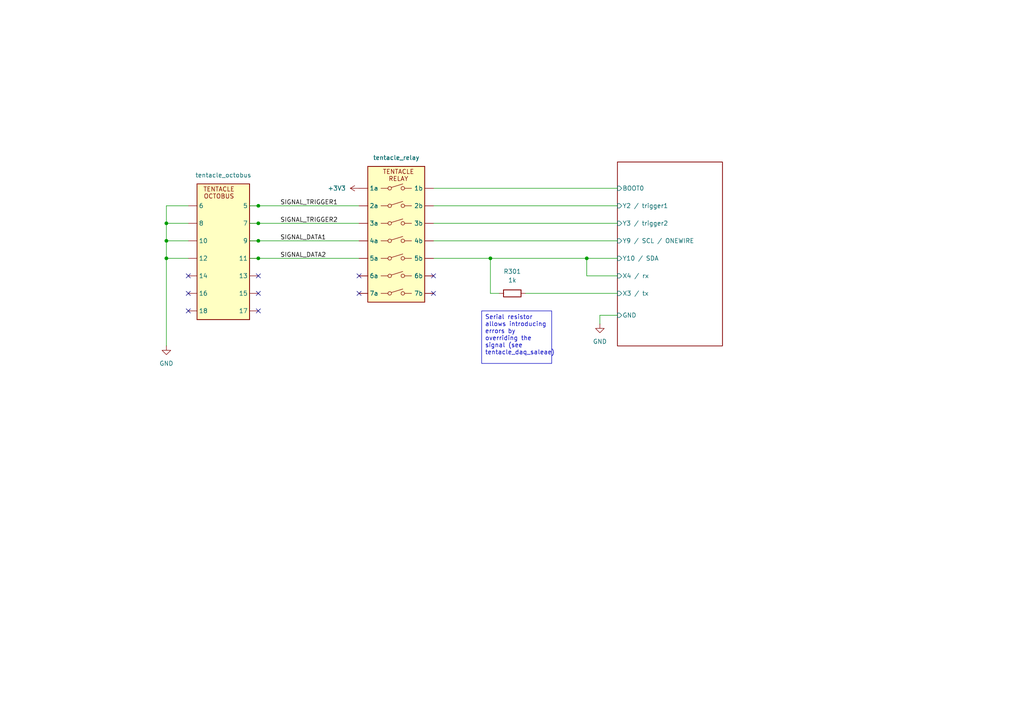
<source format=kicad_sch>
(kicad_sch (version 20231120) (generator "eeschema") (generator_version "8.0")
  (paper "A4")
  (title_block (title "tentacle_MCU_PYBV11") (date "2024-07-16") (company "Hans Märki, Märki Informatik") (comment 1 "The MIT License (MIT)"))
  (lib_symbols
    (symbol "00_project_library:tentacle_octobus" (pin_numbers hide)
      (property "Reference" "T" (at -27.432 29.718 0))
      (property "Value" "tentacle_octobus" (at 1.27 3.81 0))
      (symbol "tentacle_octobus_1_1"
        (rectangle (start 0 0) (end 15.24 -39.37) (stroke (width 0.254)) (fill (type background)))
        (text "TENTACLE\nOCTOBUS" (at 6.35 -2.54 0) (effects (font (size 1.27 1.27))))
        (pin passive line (at -2.54 -16.51 0) (length 2.54) (name "10") (number "10"))
        (pin passive line (at 17.78 -21.59 180) (length 2.54) (name "11") (number "11"))
        (pin passive line (at -2.54 -21.59 0) (length 2.54) (name "12") (number "12"))
        (pin passive line (at 17.78 -26.67 180) (length 2.54) (name "13") (number "13"))
        (pin passive line (at -2.54 -26.67 0) (length 2.54) (name "14") (number "14"))
        (pin passive line (at 17.78 -31.75 180) (length 2.54) (name "15") (number "15"))
        (pin passive line (at -2.54 -31.75 0) (length 2.54) (name "16") (number "16"))
        (pin passive line (at 17.78 -36.83 180) (length 2.54) (name "17") (number "17"))
        (pin passive line (at -2.54 -36.83 0) (length 2.54) (name "18") (number "18"))
        (pin passive line (at 17.78 -6.35 180) (length 2.54) (name "5") (number "5"))
        (pin passive line (at -2.54 -6.35 0) (length 2.54) (name "6") (number "6"))
        (pin passive line (at 17.78 -11.43 180) (length 2.54) (name "7") (number "7"))
        (pin passive line (at -2.54 -11.43 0) (length 2.54) (name "8") (number "8"))
        (pin passive line (at 17.78 -16.51 180) (length 2.54) (name "9") (number "9"))
      )
    )
    (symbol "Device:R" (pin_numbers hide) (pin_names (offset 0))
      (property "Reference" "R" (at 2.032 0 90))
      (property "Value" "R" (at 0 0 90))
      (symbol "R_0_1"
        (rectangle (start -1.016 -2.54) (end 1.016 2.54) (stroke (width 0.254)))
      )
      (symbol "R_1_1"
        (pin passive line (at 0 3.81 270) (length 1.27) (name "~") (number "1"))
        (pin passive line (at 0 -3.81 90) (length 1.27) (name "~") (number "2"))
      )
    )
    (symbol "power:+3V3" (power) (pin_numbers hide) (pin_names (offset 0) hide)
      (property "Value" "+3V3" (at 0 3.556 0))
      (symbol "+3V3_0_1"
        (polyline (pts (xy -0.762 1.27) (xy 0 2.54)))
        (polyline (pts (xy 0 0) (xy 0 2.54)))
        (polyline (pts (xy 0 2.54) (xy 0.762 1.27)))
      )
      (symbol "+3V3_1_1"
        (pin power_in line (at 0 0 90) (length 0) (name "~") (number "1"))
      )
    )
    (symbol "power:GND" (power) (pin_numbers hide) (pin_names (offset 0) hide)
      (property "Value" "GND" (at 0 -3.81 0))
      (symbol "GND_0_1"
        (polyline (pts (xy 0 0) (xy 0 -1.27) (xy 1.27 -1.27) (xy 0 -2.54) (xy -1.27 -1.27) (xy 0 -1.27)))
      )
      (symbol "GND_1_1"
        (pin power_in line (at 0 0 270) (length 0) (name "~") (number "1"))
      )
    )
    (symbol "tentacle_relay_1" (pin_numbers hide)
      (property "Reference" "T" (at -27.432 29.718 0))
      (property "Value" "tentacle_relay" (at 3.81 2.54 0))
      (symbol "tentacle_relay_1_0_1"
        (polyline (pts (xy 5.842 -36.83) (xy 3.81 -36.83)))
        (polyline (pts (xy 5.842 -31.75) (xy 3.81 -31.75)))
        (polyline (pts (xy 5.842 -26.67) (xy 3.81 -26.67)))
        (polyline (pts (xy 5.842 -21.59) (xy 3.81 -21.59)))
        (polyline (pts (xy 5.842 -16.51) (xy 3.81 -16.51)))
        (polyline (pts (xy 5.842 -11.43) (xy 3.81 -11.43)))
        (polyline (pts (xy 5.842 -6.35) (xy 3.81 -6.35)))
        (polyline (pts (xy 6.858 -36.576) (xy 10.16 -35.56)))
        (polyline (pts (xy 6.858 -31.496) (xy 10.16 -30.48)))
        (polyline (pts (xy 6.858 -26.416) (xy 10.16 -25.4)))
        (polyline (pts (xy 6.858 -21.336) (xy 10.16 -20.32)))
        (polyline (pts (xy 6.858 -16.256) (xy 10.16 -15.24)))
        (polyline (pts (xy 6.858 -11.176) (xy 10.16 -10.16)))
        (polyline (pts (xy 6.858 -6.096) (xy 10.16 -5.08)))
        (polyline (pts (xy 12.7 -36.83) (xy 10.668 -36.83)))
        (polyline (pts (xy 12.7 -31.75) (xy 10.668 -31.75)))
        (polyline (pts (xy 12.7 -26.67) (xy 10.668 -26.67)))
        (polyline (pts (xy 12.7 -21.59) (xy 10.668 -21.59)))
        (polyline (pts (xy 12.7 -16.51) (xy 10.668 -16.51)))
        (polyline (pts (xy 12.7 -11.43) (xy 10.668 -11.43)))
        (polyline (pts (xy 12.7 -6.35) (xy 10.668 -6.35)))
        (circle (center 6.35 -36.83) (radius 0.508))
        (circle (center 6.35 -31.75) (radius 0.508))
        (circle (center 6.35 -26.67) (radius 0.508))
        (circle (center 6.35 -21.59) (radius 0.508))
        (circle (center 6.35 -16.51) (radius 0.508))
        (circle (center 6.35 -11.43) (radius 0.508))
        (circle (center 6.35 -6.35) (radius 0.508))
        (circle (center 10.16 -36.83) (radius 0.508))
        (circle (center 10.16 -31.75) (radius 0.508))
        (circle (center 10.16 -26.67) (radius 0.508))
        (circle (center 10.16 -21.59) (radius 0.508))
        (circle (center 10.16 -16.51) (radius 0.508))
        (circle (center 10.16 -11.43) (radius 0.508))
        (circle (center 10.16 -6.35) (radius 0.508))
      )
      (symbol "tentacle_relay_1_1_1"
        (rectangle (start 0 0) (end 16.51 -39.37) (stroke (width 0.254)) (fill (type background)))
        (text "TENTACLE\nRELAY" (at 8.89 -2.54 0) (effects (font (size 1.27 1.27))))
        (pin passive line (at -2.54 -6.35 0) (length 2.54) (name "1a") (number ""))
        (pin passive line (at 19.05 -6.35 180) (length 2.54) (name "1b") (number ""))
        (pin passive line (at -2.54 -11.43 0) (length 2.54) (name "2a") (number ""))
        (pin passive line (at 19.05 -11.43 180) (length 2.54) (name "2b") (number ""))
        (pin passive line (at -2.54 -16.51 0) (length 2.54) (name "3a") (number ""))
        (pin passive line (at 19.05 -16.51 180) (length 2.54) (name "3b") (number ""))
        (pin passive line (at -2.54 -21.59 0) (length 2.54) (name "4a") (number ""))
        (pin passive line (at 19.05 -21.59 180) (length 2.54) (name "4b") (number ""))
        (pin passive line (at -2.54 -26.67 0) (length 2.54) (name "5a") (number ""))
        (pin passive line (at 19.05 -26.67 180) (length 2.54) (name "5b") (number ""))
        (pin passive line (at -2.54 -31.75 0) (length 2.54) (name "6a") (number ""))
        (pin passive line (at 19.05 -31.75 180) (length 2.54) (name "6b") (number ""))
        (pin passive line (at -2.54 -36.83 0) (length 2.54) (name "7a") (number ""))
        (pin passive line (at 19.05 -36.83 180) (length 2.54) (name "7b") (number ""))
      )
    )
  )
  (junction (at 74.93 69.85))
  (junction (at 48.26 64.77))
  (junction (at 74.93 64.77))
  (junction (at 74.93 74.93))
  (junction (at 48.26 69.85))
  (junction (at 74.93 59.69))
  (junction (at 170.18 74.93))
  (junction (at 48.26 74.93))
  (junction (at 142.24 74.93))
  (no_connect (at 74.93 80.01))
  (no_connect (at 74.93 90.17))
  (no_connect (at 104.14 85.09))
  (no_connect (at 125.73 80.01))
  (no_connect (at 54.61 85.09))
  (no_connect (at 54.61 90.17))
  (no_connect (at 125.73 85.09))
  (no_connect (at 104.14 80.01))
  (no_connect (at 74.93 85.09))
  (no_connect (at 54.61 80.01))
  (wire (pts (xy 48.26 69.85) (xy 48.26 64.77)))
  (wire (pts (xy 48.26 74.93) (xy 54.61 74.93)))
  (wire (pts (xy 74.93 59.69) (xy 104.14 59.69)))
  (wire (pts (xy 170.18 74.93) (xy 179.07 74.93)))
  (wire (pts (xy 48.26 64.77) (xy 48.26 59.69)))
  (wire (pts (xy 125.73 69.85) (xy 179.07 69.85)))
  (wire (pts (xy 152.4 85.09) (xy 179.07 85.09)))
  (wire (pts (xy 48.26 59.69) (xy 54.61 59.69)))
  (wire (pts (xy 179.07 91.44) (xy 173.99 91.44)))
  (wire (pts (xy 72.39 69.85) (xy 74.93 69.85)))
  (wire (pts (xy 48.26 64.77) (xy 54.61 64.77)))
  (wire (pts (xy 170.18 80.01) (xy 170.18 74.93)))
  (wire (pts (xy 125.73 64.77) (xy 179.07 64.77)))
  (wire (pts (xy 74.93 64.77) (xy 104.14 64.77)))
  (wire (pts (xy 173.99 91.44) (xy 173.99 93.98)))
  (wire (pts (xy 74.93 74.93) (xy 104.14 74.93)))
  (wire (pts (xy 48.26 74.93) (xy 48.26 100.33)))
  (wire (pts (xy 125.73 74.93) (xy 142.24 74.93)))
  (wire (pts (xy 74.93 69.85) (xy 104.14 69.85)))
  (wire (pts (xy 142.24 85.09) (xy 142.24 74.93)))
  (wire (pts (xy 142.24 74.93) (xy 170.18 74.93)))
  (wire (pts (xy 144.78 85.09) (xy 142.24 85.09)))
  (wire (pts (xy 179.07 80.01) (xy 170.18 80.01)))
  (wire (pts (xy 48.26 74.93) (xy 48.26 69.85)))
  (wire (pts (xy 72.39 64.77) (xy 74.93 64.77)))
  (wire (pts (xy 72.39 59.69) (xy 74.93 59.69)))
  (wire (pts (xy 125.73 54.61) (xy 179.07 54.61)))
  (wire (pts (xy 72.39 74.93) (xy 74.93 74.93)))
  (wire (pts (xy 125.73 59.69) (xy 179.07 59.69)))
  (wire (pts (xy 48.26 69.85) (xy 54.61 69.85)))
  (text_box "Serial resistor allows introducing errors by overriding the signal (see tentacle_daq_saleae)" (at 139.7 90.17 0) (size 20.32 15.24) (effects (font (size 1.27 1.27)) (justify left top)))
  (text "${SHEETNAME}" (at 71.374 35.306 0) (effects (font (size 2.54 2.54) (thickness 0.508) (bold yes))))
  (label "SIGNAL_DATA2" (at 81.28 74.93 0))
  (label "SIGNAL_DATA1" (at 81.28 69.85 0))
  (label "SIGNAL_TRIGGER1" (at 81.28 59.69 0))
  (label "SIGNAL_TRIGGER2" (at 81.28 64.77 0))
  (symbol (lib_id "00_project_library:tentacle_octobus") (at 57.15 53.34 0) (unit 1)
    (property "Reference" "T301" (effects (hide yes)))
    (property "Value" "tentacle_octobus" (at 64.77 50.8 0))
  )
  (symbol (lib_name "tentacle_relay_1") (lib_id "00_project_library:tentacle_relay") (at 106.68 48.26 0) (unit 1)
    (property "Reference" "T302" (effects (hide yes)))
    (property "Value" "tentacle_relay" (at 114.935 45.72 0))
  )
  (symbol (lib_id "Device:R") (at 148.59 85.09 90) (unit 1)
    (property "Reference" "R301" (at 148.59 78.74 90))
    (property "Value" "1k" (at 148.59 81.28 90))
    (property "Description" "Resistor" (effects (hide yes)))
  )
  (symbol (lib_id "power:GND") (at 173.99 93.98 0) (unit 1)
    (property "Reference" "#PWR0303" (effects (hide yes)))
    (property "Value" "GND" (at 173.99 99.06 0))
    (property "Description" "Power symbol creates a global label with name \"GND\" , ground" (effects (hide yes)))
  )
  (symbol (lib_id "power:GND") (at 48.26 100.33 0) (unit 1)
    (property "Reference" "#PWR0301" (effects (hide yes)))
    (property "Value" "GND" (at 48.26 105.41 0))
    (property "Description" "Power symbol creates a global label with name \"GND\" , ground" (effects (hide yes)))
  )
  (symbol (lib_id "power:+3V3") (at 104.14 54.61 90) (unit 1)
    (property "Reference" "#PWR0302" (effects (hide yes)))
    (property "Value" "+3V3" (at 100.33 54.6099 90) (effects (justify left)))
    (property "Description" "Power symbol creates a global label with name \"+3V3\"" (effects (hide yes)))
  )
  (sheet (at 179.07 46.99) (size 30.48 53.34) (stroke (width 0.1524))
    (property "Sheetname" "MCU_PYBV11" (effects (hide yes)))
    (property "Sheetfile" "mcu_PYBV11.kicad_sch" (effects (hide yes)))
    (pin "BOOT0" input (at 179.07 54.61 180))
    (pin "Y9 {slash} SCL {slash} ONEWIRE" input (at 179.07 69.85 180))
    (pin "Y10 {slash} SDA" input (at 179.07 74.93 180))
    (pin "Y3 {slash} trigger2" input (at 179.07 64.77 180))
    (pin "Y2 {slash} trigger1" input (at 179.07 59.69 180))
    (pin "X4 {slash} rx" input (at 179.07 80.01 180))
    (pin "X3 {slash} tx" input (at 179.07 85.09 180))
    (pin "GND" input (at 179.07 91.44 180))
  )
)
</source>
